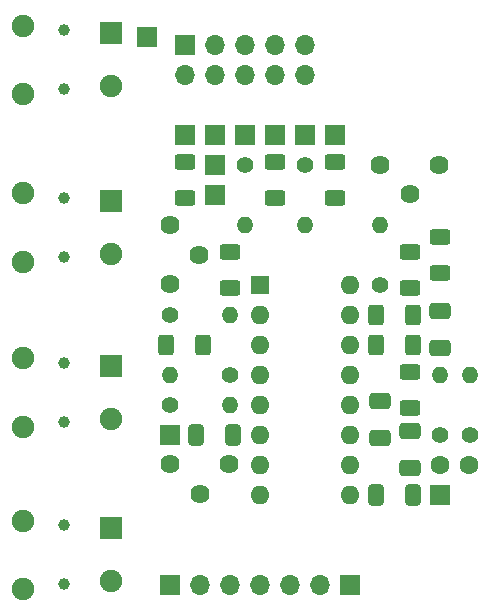
<source format=gbr>
%TF.GenerationSoftware,KiCad,Pcbnew,(6.0.5)*%
%TF.CreationDate,2023-05-17T00:23:09-04:00*%
%TF.ProjectId,as3340_no_mux,61733333-3430-45f6-9e6f-5f6d75782e6b,rev?*%
%TF.SameCoordinates,Original*%
%TF.FileFunction,Soldermask,Top*%
%TF.FilePolarity,Negative*%
%FSLAX46Y46*%
G04 Gerber Fmt 4.6, Leading zero omitted, Abs format (unit mm)*
G04 Created by KiCad (PCBNEW (6.0.5)) date 2023-05-17 00:23:09*
%MOMM*%
%LPD*%
G01*
G04 APERTURE LIST*
G04 Aperture macros list*
%AMRoundRect*
0 Rectangle with rounded corners*
0 $1 Rounding radius*
0 $2 $3 $4 $5 $6 $7 $8 $9 X,Y pos of 4 corners*
0 Add a 4 corners polygon primitive as box body*
4,1,4,$2,$3,$4,$5,$6,$7,$8,$9,$2,$3,0*
0 Add four circle primitives for the rounded corners*
1,1,$1+$1,$2,$3*
1,1,$1+$1,$4,$5*
1,1,$1+$1,$6,$7*
1,1,$1+$1,$8,$9*
0 Add four rect primitives between the rounded corners*
20,1,$1+$1,$2,$3,$4,$5,0*
20,1,$1+$1,$4,$5,$6,$7,0*
20,1,$1+$1,$6,$7,$8,$9,0*
20,1,$1+$1,$8,$9,$2,$3,0*%
G04 Aperture macros list end*
%ADD10C,1.400000*%
%ADD11O,1.400000X1.400000*%
%ADD12C,1.620000*%
%ADD13RoundRect,0.250000X0.625000X-0.400000X0.625000X0.400000X-0.625000X0.400000X-0.625000X-0.400000X0*%
%ADD14R,1.700000X1.700000*%
%ADD15RoundRect,0.250000X-0.400000X-0.625000X0.400000X-0.625000X0.400000X0.625000X-0.400000X0.625000X0*%
%ADD16RoundRect,0.250000X-0.412500X-0.650000X0.412500X-0.650000X0.412500X0.650000X-0.412500X0.650000X0*%
%ADD17RoundRect,0.250000X-0.625000X0.400000X-0.625000X-0.400000X0.625000X-0.400000X0.625000X0.400000X0*%
%ADD18RoundRect,0.250000X0.650000X-0.412500X0.650000X0.412500X-0.650000X0.412500X-0.650000X-0.412500X0*%
%ADD19C,1.000000*%
%ADD20R,1.900000X1.900000*%
%ADD21C,1.900000*%
%ADD22RoundRect,0.250000X-0.650000X0.412500X-0.650000X-0.412500X0.650000X-0.412500X0.650000X0.412500X0*%
%ADD23O,1.700000X1.700000*%
%ADD24C,1.600000*%
%ADD25RoundRect,0.250000X0.400000X0.625000X-0.400000X0.625000X-0.400000X-0.625000X0.400000X-0.625000X0*%
%ADD26R,1.600000X1.600000*%
%ADD27O,1.600000X1.600000*%
%ADD28RoundRect,0.250000X0.412500X0.650000X-0.412500X0.650000X-0.412500X-0.650000X0.412500X-0.650000X0*%
G04 APERTURE END LIST*
D10*
%TO.C,R40*%
X49530000Y-137160000D03*
D11*
X54610000Y-137160000D03*
%TD*%
D12*
%TO.C,RV5*%
X54570000Y-142185000D03*
X52070000Y-144685000D03*
X49570000Y-142185000D03*
%TD*%
D13*
%TO.C,R2*%
X50800000Y-119660000D03*
X50800000Y-116560000D03*
%TD*%
D14*
%TO.C,J21*%
X63500000Y-114300000D03*
%TD*%
%TO.C,J18*%
X53340000Y-114300000D03*
%TD*%
%TO.C,J20*%
X60960000Y-114300000D03*
%TD*%
%TO.C,J16*%
X50800000Y-114300000D03*
%TD*%
D15*
%TO.C,R46*%
X67030000Y-132080000D03*
X70130000Y-132080000D03*
%TD*%
D14*
%TO.C,J19*%
X58420000Y-114300000D03*
%TD*%
D16*
%TO.C,C7*%
X51777500Y-139700000D03*
X54902500Y-139700000D03*
%TD*%
D10*
%TO.C,R48*%
X54610000Y-134620000D03*
D11*
X49530000Y-134620000D03*
%TD*%
D17*
%TO.C,R16*%
X63500000Y-116560000D03*
X63500000Y-119660000D03*
%TD*%
%TO.C,R4*%
X72390000Y-122910000D03*
X72390000Y-126010000D03*
%TD*%
D18*
%TO.C,C2*%
X69850000Y-142532500D03*
X69850000Y-139407500D03*
%TD*%
D19*
%TO.C,J4*%
X40600000Y-147360000D03*
X40600000Y-152360000D03*
D20*
X44600000Y-147610000D03*
D21*
X44600000Y-152110000D03*
X37100000Y-152760000D03*
X37100000Y-146960000D03*
%TD*%
D19*
%TO.C,J1*%
X40600000Y-110450000D03*
X40600000Y-105450000D03*
D20*
X44600000Y-105700000D03*
D21*
X44600000Y-110200000D03*
X37100000Y-105050000D03*
X37100000Y-110850000D03*
%TD*%
D14*
%TO.C,J10*%
X72390000Y-144780000D03*
%TD*%
D22*
%TO.C,C9*%
X72390000Y-129247500D03*
X72390000Y-132372500D03*
%TD*%
%TO.C,C11*%
X67310000Y-136867500D03*
X67310000Y-139992500D03*
%TD*%
D17*
%TO.C,R26*%
X69850000Y-124180000D03*
X69850000Y-127280000D03*
%TD*%
D14*
%TO.C,J9*%
X49530000Y-139700000D03*
%TD*%
D10*
%TO.C,R19*%
X60960000Y-116840000D03*
D11*
X60960000Y-121920000D03*
%TD*%
D14*
%TO.C,J25*%
X47625000Y-106045000D03*
%TD*%
D17*
%TO.C,R12*%
X69850000Y-134340000D03*
X69850000Y-137440000D03*
%TD*%
D14*
%TO.C,J3*%
X53340000Y-116840000D03*
%TD*%
D12*
%TO.C,RV7*%
X72350000Y-116840000D03*
X69850000Y-119340000D03*
X67350000Y-116840000D03*
%TD*%
D14*
%TO.C,J22*%
X64770000Y-152400000D03*
D23*
X62230000Y-152400000D03*
X59690000Y-152400000D03*
X57150000Y-152400000D03*
X54610000Y-152400000D03*
X52070000Y-152400000D03*
%TD*%
D10*
%TO.C,R17*%
X67310000Y-127000000D03*
D11*
X67310000Y-121920000D03*
%TD*%
D14*
%TO.C,J27*%
X49530000Y-152400000D03*
%TD*%
D10*
%TO.C,R8*%
X55880000Y-116840000D03*
D11*
X55880000Y-121920000D03*
%TD*%
D24*
%TO.C,C1*%
X72410000Y-142240000D03*
X74910000Y-142240000D03*
%TD*%
D25*
%TO.C,R50*%
X52350000Y-132080000D03*
X49250000Y-132080000D03*
%TD*%
D10*
%TO.C,R10*%
X74930000Y-139700000D03*
D11*
X74930000Y-134620000D03*
%TD*%
D19*
%TO.C,J2*%
X40600000Y-124650479D03*
X40600000Y-119650479D03*
D20*
X44600000Y-119900479D03*
D21*
X44600000Y-124400479D03*
X37100000Y-119250479D03*
X37100000Y-125050479D03*
%TD*%
D12*
%TO.C,RV9*%
X49530000Y-121960000D03*
X52030000Y-124460000D03*
X49530000Y-126960000D03*
%TD*%
D14*
%TO.C,J17*%
X55880000Y-114300000D03*
%TD*%
D25*
%TO.C,R25*%
X70130000Y-129540000D03*
X67030000Y-129540000D03*
%TD*%
D26*
%TO.C,U2*%
X57160000Y-127015000D03*
D27*
X57160000Y-129555000D03*
X57160000Y-132095000D03*
X57160000Y-134635000D03*
X57160000Y-137175000D03*
X57160000Y-139715000D03*
X57160000Y-142255000D03*
X57160000Y-144795000D03*
X64780000Y-144795000D03*
X64780000Y-142255000D03*
X64780000Y-139715000D03*
X64780000Y-137175000D03*
X64780000Y-134635000D03*
X64780000Y-132095000D03*
X64780000Y-129555000D03*
X64780000Y-127015000D03*
%TD*%
D10*
%TO.C,R11*%
X72390000Y-139700000D03*
D11*
X72390000Y-134620000D03*
%TD*%
D14*
%TO.C,J6*%
X53340000Y-119380000D03*
%TD*%
D28*
%TO.C,C3*%
X70142500Y-144780000D03*
X67017500Y-144780000D03*
%TD*%
D17*
%TO.C,R38*%
X54610000Y-124180000D03*
X54610000Y-127280000D03*
%TD*%
D19*
%TO.C,J5*%
X40600000Y-133620479D03*
X40600000Y-138620479D03*
D20*
X44600000Y-133870479D03*
D21*
X44600000Y-138370479D03*
X37100000Y-133220479D03*
X37100000Y-139020479D03*
%TD*%
D13*
%TO.C,R6*%
X58420000Y-119660000D03*
X58420000Y-116560000D03*
%TD*%
D10*
%TO.C,R39*%
X49530000Y-129540000D03*
D11*
X54610000Y-129540000D03*
%TD*%
D14*
%TO.C,J11*%
X50800000Y-106680000D03*
D23*
X50800000Y-109220000D03*
X53340000Y-106680000D03*
X53340000Y-109220000D03*
X55880000Y-106680000D03*
X55880000Y-109220000D03*
X58420000Y-106680000D03*
X58420000Y-109220000D03*
X60960000Y-106680000D03*
X60960000Y-109220000D03*
%TD*%
M02*

</source>
